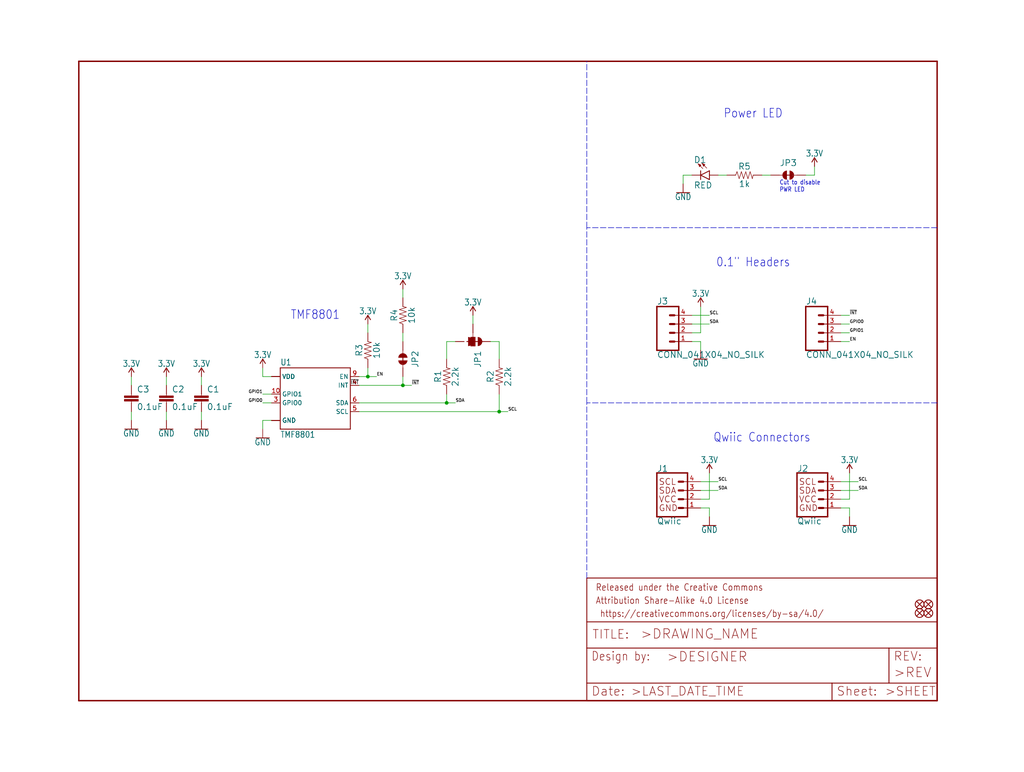
<source format=kicad_sch>
(kicad_sch (version 20211123) (generator eeschema)
  (paper "User" 297.002 223.926)
  (lib_symbols
    (symbol "eagleSchem-eagle-import:0.1UF-0603-25V-(+80{slash}-20%)"
      (property "Reference" "C" (at 1.524 2.921 0))
      (property "Value" "0.1UF-0603-25V-(+80{slash}-20%)" (at 1.524 -2.159 0))
      (symbol "0.1UF-0603-25V-(+80{slash}-20%)_1_0"
        (rectangle (start -2.032 0.508) (end 2.032 1.016) (fill (type outline)))
        (rectangle (start -2.032 1.524) (end 2.032 2.032) (fill (type outline)))
        (polyline (pts (xy 0 0) (xy 0 0.508)) (stroke (width 0.1524)))
        (polyline (pts (xy 0 2.54) (xy 0 2.032)) (stroke (width 0.1524)))
        (pin passive line (at 0 5.08 270) (length 2.54) (name "1") (number "1"))
        (pin passive line (at 0 -2.54 90) (length 2.54) (name "2") (number "2"))
      )
    )
    (symbol "eagleSchem-eagle-import:10KOHM-0603-1{slash}10W-1%"
      (property "Reference" "R" (at 0 1.524 0))
      (property "Value" "10KOHM-0603-1{slash}10W-1%" (at 0 -1.524 0))
      (symbol "10KOHM-0603-1{slash}10W-1%_1_0"
        (polyline (pts (xy -2.54 0) (xy -2.159 1.016)) (stroke (width 0.1524)))
        (polyline (pts (xy -2.159 1.016) (xy -1.524 -1.016)) (stroke (width 0.1524)))
        (polyline (pts (xy -1.524 -1.016) (xy -0.889 1.016)) (stroke (width 0.1524)))
        (polyline (pts (xy -0.889 1.016) (xy -0.254 -1.016)) (stroke (width 0.1524)))
        (polyline (pts (xy -0.254 -1.016) (xy 0.381 1.016)) (stroke (width 0.1524)))
        (polyline (pts (xy 0.381 1.016) (xy 1.016 -1.016)) (stroke (width 0.1524)))
        (polyline (pts (xy 1.016 -1.016) (xy 1.651 1.016)) (stroke (width 0.1524)))
        (polyline (pts (xy 1.651 1.016) (xy 2.286 -1.016)) (stroke (width 0.1524)))
        (polyline (pts (xy 2.286 -1.016) (xy 2.54 0)) (stroke (width 0.1524)))
        (pin passive line (at -5.08 0 0) (length 2.54) (name "1") (number "1"))
        (pin passive line (at 5.08 0 180) (length 2.54) (name "2") (number "2"))
      )
    )
    (symbol "eagleSchem-eagle-import:1KOHM-0603-1{slash}10W-1%"
      (property "Reference" "R" (at 0 1.524 0))
      (property "Value" "1KOHM-0603-1{slash}10W-1%" (at 0 -1.524 0))
      (symbol "1KOHM-0603-1{slash}10W-1%_1_0"
        (polyline (pts (xy -2.54 0) (xy -2.159 1.016)) (stroke (width 0.1524)))
        (polyline (pts (xy -2.159 1.016) (xy -1.524 -1.016)) (stroke (width 0.1524)))
        (polyline (pts (xy -1.524 -1.016) (xy -0.889 1.016)) (stroke (width 0.1524)))
        (polyline (pts (xy -0.889 1.016) (xy -0.254 -1.016)) (stroke (width 0.1524)))
        (polyline (pts (xy -0.254 -1.016) (xy 0.381 1.016)) (stroke (width 0.1524)))
        (polyline (pts (xy 0.381 1.016) (xy 1.016 -1.016)) (stroke (width 0.1524)))
        (polyline (pts (xy 1.016 -1.016) (xy 1.651 1.016)) (stroke (width 0.1524)))
        (polyline (pts (xy 1.651 1.016) (xy 2.286 -1.016)) (stroke (width 0.1524)))
        (polyline (pts (xy 2.286 -1.016) (xy 2.54 0)) (stroke (width 0.1524)))
        (pin passive line (at -5.08 0 0) (length 2.54) (name "1") (number "1"))
        (pin passive line (at 5.08 0 180) (length 2.54) (name "2") (number "2"))
      )
    )
    (symbol "eagleSchem-eagle-import:2.2KOHM-0603-1{slash}10W-1%"
      (property "Reference" "R" (at 0 1.524 0))
      (property "Value" "2.2KOHM-0603-1{slash}10W-1%" (at 0 -1.524 0))
      (symbol "2.2KOHM-0603-1{slash}10W-1%_1_0"
        (polyline (pts (xy -2.54 0) (xy -2.159 1.016)) (stroke (width 0.1524)))
        (polyline (pts (xy -2.159 1.016) (xy -1.524 -1.016)) (stroke (width 0.1524)))
        (polyline (pts (xy -1.524 -1.016) (xy -0.889 1.016)) (stroke (width 0.1524)))
        (polyline (pts (xy -0.889 1.016) (xy -0.254 -1.016)) (stroke (width 0.1524)))
        (polyline (pts (xy -0.254 -1.016) (xy 0.381 1.016)) (stroke (width 0.1524)))
        (polyline (pts (xy 0.381 1.016) (xy 1.016 -1.016)) (stroke (width 0.1524)))
        (polyline (pts (xy 1.016 -1.016) (xy 1.651 1.016)) (stroke (width 0.1524)))
        (polyline (pts (xy 1.651 1.016) (xy 2.286 -1.016)) (stroke (width 0.1524)))
        (polyline (pts (xy 2.286 -1.016) (xy 2.54 0)) (stroke (width 0.1524)))
        (pin passive line (at -5.08 0 0) (length 2.54) (name "1") (number "1"))
        (pin passive line (at 5.08 0 180) (length 2.54) (name "2") (number "2"))
      )
    )
    (symbol "eagleSchem-eagle-import:3.3V" (power)
      (property "Value" "3.3V" (at 0 2.794 0))
      (symbol "3.3V_1_0"
        (polyline (pts (xy 0 2.54) (xy -0.762 1.27)) (stroke (width 0.254)))
        (polyline (pts (xy 0.762 1.27) (xy 0 2.54)) (stroke (width 0.254)))
        (pin power_in line (at 0 0 90) (length 2.54) (name "3.3V") (number "1"))
      )
    )
    (symbol "eagleSchem-eagle-import:CONN_041X04_NO_SILK"
      (property "Reference" "J" (at -5.08 8.128 0))
      (property "Value" "CONN_041X04_NO_SILK" (at -5.08 -7.366 0))
      (symbol "CONN_041X04_NO_SILK_1_0"
        (polyline (pts (xy -5.08 7.62) (xy -5.08 -5.08)) (stroke (width 0.4064)))
        (polyline (pts (xy -5.08 7.62) (xy 1.27 7.62)) (stroke (width 0.4064)))
        (polyline (pts (xy -1.27 -2.54) (xy 0 -2.54)) (stroke (width 0.6096)))
        (polyline (pts (xy -1.27 0) (xy 0 0)) (stroke (width 0.6096)))
        (polyline (pts (xy -1.27 2.54) (xy 0 2.54)) (stroke (width 0.6096)))
        (polyline (pts (xy -1.27 5.08) (xy 0 5.08)) (stroke (width 0.6096)))
        (polyline (pts (xy 1.27 -5.08) (xy -5.08 -5.08)) (stroke (width 0.4064)))
        (polyline (pts (xy 1.27 -5.08) (xy 1.27 7.62)) (stroke (width 0.4064)))
        (pin passive line (at 5.08 -2.54 180) (length 5.08) (name "1") (number "1"))
        (pin passive line (at 5.08 0 180) (length 5.08) (name "2") (number "2"))
        (pin passive line (at 5.08 2.54 180) (length 5.08) (name "3") (number "3"))
        (pin passive line (at 5.08 5.08 180) (length 5.08) (name "4") (number "4"))
      )
    )
    (symbol "eagleSchem-eagle-import:FIDUCIAL1X2"
      (symbol "FIDUCIAL1X2_1_0"
        (polyline (pts (xy -0.762 0.762) (xy 0.762 -0.762)) (stroke (width 0.254)))
        (polyline (pts (xy 0.762 0.762) (xy -0.762 -0.762)) (stroke (width 0.254)))
        (circle (center 0 0) (radius 1.27) (stroke (width 0.254)))
      )
    )
    (symbol "eagleSchem-eagle-import:FRAME-LETTERNO_PACKAGE"
      (symbol "FRAME-LETTERNO_PACKAGE_1_0"
        (polyline (pts (xy 0 0) (xy 248.92 0)) (stroke (width 0.4064)))
        (polyline (pts (xy 0 185.42) (xy 0 0)) (stroke (width 0.4064)))
        (polyline (pts (xy 0 185.42) (xy 248.92 185.42)) (stroke (width 0.4064)))
        (polyline (pts (xy 248.92 185.42) (xy 248.92 0)) (stroke (width 0.4064)))
      )
      (symbol "FRAME-LETTERNO_PACKAGE_2_0"
        (polyline (pts (xy 0 0) (xy 0 5.08)) (stroke (width 0.254)))
        (polyline (pts (xy 0 0) (xy 71.12 0)) (stroke (width 0.254)))
        (polyline (pts (xy 0 5.08) (xy 0 15.24)) (stroke (width 0.254)))
        (polyline (pts (xy 0 5.08) (xy 71.12 5.08)) (stroke (width 0.254)))
        (polyline (pts (xy 0 15.24) (xy 0 22.86)) (stroke (width 0.254)))
        (polyline (pts (xy 0 22.86) (xy 0 35.56)) (stroke (width 0.254)))
        (polyline (pts (xy 0 22.86) (xy 101.6 22.86)) (stroke (width 0.254)))
        (polyline (pts (xy 71.12 0) (xy 101.6 0)) (stroke (width 0.254)))
        (polyline (pts (xy 71.12 5.08) (xy 71.12 0)) (stroke (width 0.254)))
        (polyline (pts (xy 71.12 5.08) (xy 87.63 5.08)) (stroke (width 0.254)))
        (polyline (pts (xy 87.63 5.08) (xy 101.6 5.08)) (stroke (width 0.254)))
        (polyline (pts (xy 87.63 15.24) (xy 0 15.24)) (stroke (width 0.254)))
        (polyline (pts (xy 87.63 15.24) (xy 87.63 5.08)) (stroke (width 0.254)))
        (polyline (pts (xy 101.6 5.08) (xy 101.6 0)) (stroke (width 0.254)))
        (polyline (pts (xy 101.6 15.24) (xy 87.63 15.24)) (stroke (width 0.254)))
        (polyline (pts (xy 101.6 15.24) (xy 101.6 5.08)) (stroke (width 0.254)))
        (polyline (pts (xy 101.6 22.86) (xy 101.6 15.24)) (stroke (width 0.254)))
        (polyline (pts (xy 101.6 35.56) (xy 0 35.56)) (stroke (width 0.254)))
        (polyline (pts (xy 101.6 35.56) (xy 101.6 22.86)) (stroke (width 0.254)))
        (text " https://creativecommons.org/licenses/by-sa/4.0/" (at 2.54 24.13 0) (effects (font (size 1.9304 1.6408)) (justify left bottom)))
        (text ">DESIGNER" (at 23.114 11.176 0) (effects (font (size 2.7432 2.7432)) (justify left bottom)))
        (text ">DRAWING_NAME" (at 15.494 17.78 0) (effects (font (size 2.7432 2.7432)) (justify left bottom)))
        (text ">LAST_DATE_TIME" (at 12.7 1.27 0) (effects (font (size 2.54 2.54)) (justify left bottom)))
        (text ">REV" (at 88.9 6.604 0) (effects (font (size 2.7432 2.7432)) (justify left bottom)))
        (text ">SHEET" (at 86.36 1.27 0) (effects (font (size 2.54 2.54)) (justify left bottom)))
        (text "Attribution Share-Alike 4.0 License" (at 2.54 27.94 0) (effects (font (size 1.9304 1.6408)) (justify left bottom)))
        (text "Date:" (at 1.27 1.27 0) (effects (font (size 2.54 2.54)) (justify left bottom)))
        (text "Design by:" (at 1.27 11.43 0) (effects (font (size 2.54 2.159)) (justify left bottom)))
        (text "Released under the Creative Commons" (at 2.54 31.75 0) (effects (font (size 1.9304 1.6408)) (justify left bottom)))
        (text "REV:" (at 88.9 11.43 0) (effects (font (size 2.54 2.54)) (justify left bottom)))
        (text "Sheet:" (at 72.39 1.27 0) (effects (font (size 2.54 2.54)) (justify left bottom)))
        (text "TITLE:" (at 1.524 17.78 0) (effects (font (size 2.54 2.54)) (justify left bottom)))
      )
    )
    (symbol "eagleSchem-eagle-import:GND" (power)
      (property "Value" "GND" (at 0 -0.254 0))
      (symbol "GND_1_0"
        (polyline (pts (xy -1.905 0) (xy 1.905 0)) (stroke (width 0.254)))
        (pin power_in line (at 0 2.54 270) (length 2.54) (name "GND") (number "1"))
      )
    )
    (symbol "eagleSchem-eagle-import:JUMPER-SMT_2_NC_TRACE_SILK"
      (property "Reference" "JP" (at -2.54 2.54 0))
      (property "Value" "JUMPER-SMT_2_NC_TRACE_SILK" (at -2.54 -2.54 0))
      (symbol "JUMPER-SMT_2_NC_TRACE_SILK_1_0"
        (arc (start -0.381 1.2699) (mid -1.6508 0) (end -0.381 -1.2699) (stroke (width 0.0001)) (fill (type outline)))
        (polyline (pts (xy -2.54 0) (xy -1.651 0)) (stroke (width 0.1524)))
        (polyline (pts (xy -0.762 0) (xy 1.016 0)) (stroke (width 0.254)))
        (polyline (pts (xy 2.54 0) (xy 1.651 0)) (stroke (width 0.1524)))
        (arc (start 0.381 -1.2698) (mid 1.279 -0.898) (end 1.6509 0) (stroke (width 0.0001)) (fill (type outline)))
        (arc (start 1.651 0) (mid 1.2789 0.8979) (end 0.381 1.2699) (stroke (width 0.0001)) (fill (type outline)))
        (pin passive line (at -5.08 0 0) (length 2.54) (name "1") (number "1"))
        (pin passive line (at 5.08 0 180) (length 2.54) (name "2") (number "2"))
      )
    )
    (symbol "eagleSchem-eagle-import:JUMPER-SMT_3_2-NC_TRACE_SILK"
      (property "Reference" "JP" (at 2.54 0.381 0))
      (property "Value" "JUMPER-SMT_3_2-NC_TRACE_SILK" (at 2.54 -0.381 0))
      (symbol "JUMPER-SMT_3_2-NC_TRACE_SILK_1_0"
        (rectangle (start -1.27 -0.635) (end 1.27 0.635) (fill (type outline)))
        (polyline (pts (xy -2.54 0) (xy -1.27 0)) (stroke (width 0.1524)))
        (polyline (pts (xy -1.27 -0.635) (xy -1.27 0)) (stroke (width 0.1524)))
        (polyline (pts (xy -1.27 0) (xy -1.27 0.635)) (stroke (width 0.1524)))
        (polyline (pts (xy -1.27 0.635) (xy 1.27 0.635)) (stroke (width 0.1524)))
        (polyline (pts (xy 0 2.032) (xy 0 -1.778)) (stroke (width 0.254)))
        (polyline (pts (xy 1.27 -0.635) (xy -1.27 -0.635)) (stroke (width 0.1524)))
        (polyline (pts (xy 1.27 0.635) (xy 1.27 -0.635)) (stroke (width 0.1524)))
        (arc (start 0 2.667) (mid -0.898 2.295) (end -1.27 1.397) (stroke (width 0.0001)) (fill (type outline)))
        (arc (start 1.27 -1.397) (mid 0 -0.127) (end -1.27 -1.397) (stroke (width 0.0001)) (fill (type outline)))
        (arc (start 1.27 1.397) (mid 0.898 2.295) (end 0 2.667) (stroke (width 0.0001)) (fill (type outline)))
        (pin passive line (at 0 5.08 270) (length 2.54) (name "1") (number "1"))
        (pin passive line (at -5.08 0 0) (length 2.54) (name "2") (number "2"))
        (pin passive line (at 0 -5.08 90) (length 2.54) (name "3") (number "3"))
      )
    )
    (symbol "eagleSchem-eagle-import:LED-RED0603"
      (property "Reference" "D" (at -3.429 -4.572 90))
      (property "Value" "LED-RED0603" (at 1.905 -4.572 90))
      (symbol "LED-RED0603_1_0"
        (polyline (pts (xy -2.032 -0.762) (xy -3.429 -2.159)) (stroke (width 0.1524)))
        (polyline (pts (xy -1.905 -1.905) (xy -3.302 -3.302)) (stroke (width 0.1524)))
        (polyline (pts (xy 0 -2.54) (xy -1.27 -2.54)) (stroke (width 0.254)))
        (polyline (pts (xy 0 -2.54) (xy -1.27 0)) (stroke (width 0.254)))
        (polyline (pts (xy 1.27 -2.54) (xy 0 -2.54)) (stroke (width 0.254)))
        (polyline (pts (xy 1.27 0) (xy -1.27 0)) (stroke (width 0.254)))
        (polyline (pts (xy 1.27 0) (xy 0 -2.54)) (stroke (width 0.254)))
        (polyline (pts (xy -3.429 -2.159) (xy -3.048 -1.27) (xy -2.54 -1.778)) (fill (type outline)))
        (polyline (pts (xy -3.302 -3.302) (xy -2.921 -2.413) (xy -2.413 -2.921)) (fill (type outline)))
        (pin passive line (at 0 2.54 270) (length 2.54) (name "A") (number "A"))
        (pin passive line (at 0 -5.08 90) (length 2.54) (name "C") (number "C"))
      )
    )
    (symbol "eagleSchem-eagle-import:QWIIC_CONNECTORJS-1MM"
      (property "Reference" "J" (at -5.08 7.874 0))
      (property "Value" "QWIIC_CONNECTORJS-1MM" (at -5.08 -5.334 0))
      (symbol "QWIIC_CONNECTORJS-1MM_1_0"
        (polyline (pts (xy -5.08 7.62) (xy -5.08 -5.08)) (stroke (width 0.4064)))
        (polyline (pts (xy -5.08 7.62) (xy 3.81 7.62)) (stroke (width 0.4064)))
        (polyline (pts (xy 1.27 -2.54) (xy 2.54 -2.54)) (stroke (width 0.6096)))
        (polyline (pts (xy 1.27 0) (xy 2.54 0)) (stroke (width 0.6096)))
        (polyline (pts (xy 1.27 2.54) (xy 2.54 2.54)) (stroke (width 0.6096)))
        (polyline (pts (xy 1.27 5.08) (xy 2.54 5.08)) (stroke (width 0.6096)))
        (polyline (pts (xy 3.81 -5.08) (xy -5.08 -5.08)) (stroke (width 0.4064)))
        (polyline (pts (xy 3.81 -5.08) (xy 3.81 7.62)) (stroke (width 0.4064)))
        (text "GND" (at -4.572 -2.54 0) (effects (font (size 1.778 1.778)) (justify left)))
        (text "SCL" (at -4.572 5.08 0) (effects (font (size 1.778 1.778)) (justify left)))
        (text "SDA" (at -4.572 2.54 0) (effects (font (size 1.778 1.778)) (justify left)))
        (text "VCC" (at -4.572 0 0) (effects (font (size 1.778 1.778)) (justify left)))
        (pin power_in line (at 7.62 -2.54 180) (length 5.08) (name "1") (number "1"))
        (pin power_in line (at 7.62 0 180) (length 5.08) (name "2") (number "2"))
        (pin passive line (at 7.62 2.54 180) (length 5.08) (name "3") (number "3"))
        (pin passive line (at 7.62 5.08 180) (length 5.08) (name "4") (number "4"))
      )
    )
    (symbol "eagleSchem-eagle-import:TMF8801TMF8801"
      (property "Reference" "U" (at -10.16 10.795 0))
      (property "Value" "TMF8801TMF8801" (at -10.16 -10.16 0))
      (symbol "TMF8801TMF8801_1_0"
        (polyline (pts (xy -10.16 -7.62) (xy 10.16 -7.62)) (stroke (width 0.254)))
        (polyline (pts (xy -10.16 10.16) (xy -10.16 -7.62)) (stroke (width 0.254)))
        (polyline (pts (xy 10.16 -7.62) (xy 10.16 10.16)) (stroke (width 0.254)))
        (polyline (pts (xy 10.16 10.16) (xy -10.16 10.16)) (stroke (width 0.254)))
        (pin power_in line (at -12.7 7.62 0) (length 2.54) (name "VDD") (number "1"))
        (pin bidirectional line (at -12.7 2.54 0) (length 2.54) (name "GPIO1") (number "10"))
        (pin power_in line (at -12.7 -5.08 0) (length 2.54) (name "GND") (number "11"))
        (pin power_in line (at -12.7 7.62 0) (length 2.54) (name "VDD") (number "12"))
        (pin power_in line (at -12.7 -5.08 0) (length 2.54) (name "GND") (number "2"))
        (pin bidirectional line (at -12.7 0 0) (length 2.54) (name "GPIO0") (number "3"))
        (pin open_collector line (at 12.7 5.08 180) (length 2.54) (name "INT") (number "4"))
        (pin bidirectional line (at 12.7 -2.54 180) (length 2.54) (name "SCL") (number "5"))
        (pin bidirectional line (at 12.7 0 180) (length 2.54) (name "SDA") (number "6"))
        (pin power_in line (at -12.7 7.62 0) (length 2.54) (name "VDD") (number "7"))
        (pin power_in line (at -12.7 -5.08 0) (length 2.54) (name "GND") (number "8"))
        (pin input line (at 12.7 7.62 180) (length 2.54) (name "EN") (number "9"))
      )
    )
  )
  (junction (at 144.78 119.38))
  (junction (at 116.84 111.76))
  (junction (at 129.54 116.84))
  (junction (at 106.68 109.22))
  (wire (pts (xy 203.2 144.78) (xy 205.74 144.78)))
  (wire (pts (xy 129.54 116.84) (xy 132.08 116.84)))
  (wire (pts (xy 144.78 119.38) (xy 144.78 114.3)))
  (wire (pts (xy 104.14 109.22) (xy 106.68 109.22)))
  (wire (pts (xy 48.26 109.22) (xy 48.26 111.76)))
  (wire (pts (xy 129.54 99.06) (xy 132.08 99.06)))
  (wire (pts (xy 38.1 109.22) (xy 38.1 111.76)))
  (wire (pts (xy 243.84 142.24) (xy 248.92 142.24)))
  (wire (pts (xy 104.14 119.38) (xy 144.78 119.38)))
  (wire (pts (xy 106.68 109.22) (xy 109.22 109.22)))
  (wire (pts (xy 243.84 144.78) (xy 246.38 144.78)))
  (wire (pts (xy 76.2 106.68) (xy 76.2 109.22)))
  (wire (pts (xy 144.78 99.06) (xy 144.78 104.14)))
  (wire (pts (xy 203.2 99.06) (xy 203.2 101.6)))
  (wire (pts (xy 203.2 147.32) (xy 205.74 147.32)))
  (wire (pts (xy 104.14 116.84) (xy 129.54 116.84)))
  (wire (pts (xy 205.74 144.78) (xy 205.74 137.16)))
  (wire (pts (xy 142.24 99.06) (xy 144.78 99.06)))
  (wire (pts (xy 144.78 119.38) (xy 147.32 119.38)))
  (wire (pts (xy 78.74 116.84) (xy 76.2 116.84)))
  (wire (pts (xy 137.16 93.98) (xy 137.16 91.44)))
  (wire (pts (xy 200.66 93.98) (xy 205.74 93.98)))
  (wire (pts (xy 243.84 139.7) (xy 248.92 139.7)))
  (wire (pts (xy 243.84 91.44) (xy 246.38 91.44)))
  (wire (pts (xy 243.84 96.52) (xy 246.38 96.52)))
  (polyline (pts (xy 271.78 66.04) (xy 170.18 66.04)))
  (wire (pts (xy 220.98 50.8) (xy 223.52 50.8)))
  (polyline (pts (xy 170.18 66.04) (xy 170.18 17.78)))
  (wire (pts (xy 208.28 50.8) (xy 210.82 50.8)))
  (wire (pts (xy 243.84 147.32) (xy 246.38 147.32)))
  (polyline (pts (xy 271.78 116.84) (xy 170.18 116.84)))
  (wire (pts (xy 203.2 96.52) (xy 203.2 88.9)))
  (wire (pts (xy 78.74 109.22) (xy 76.2 109.22)))
  (wire (pts (xy 205.74 147.32) (xy 205.74 149.86)))
  (wire (pts (xy 116.84 111.76) (xy 116.84 109.22)))
  (polyline (pts (xy 170.18 116.84) (xy 170.18 66.04)))
  (wire (pts (xy 106.68 109.22) (xy 106.68 106.68)))
  (polyline (pts (xy 170.18 167.64) (xy 170.18 116.84)))
  (wire (pts (xy 233.68 50.8) (xy 236.22 50.8)))
  (wire (pts (xy 198.12 53.34) (xy 198.12 50.8)))
  (wire (pts (xy 58.42 109.22) (xy 58.42 111.76)))
  (wire (pts (xy 200.66 91.44) (xy 205.74 91.44)))
  (wire (pts (xy 243.84 99.06) (xy 246.38 99.06)))
  (wire (pts (xy 104.14 111.76) (xy 116.84 111.76)))
  (wire (pts (xy 38.1 119.38) (xy 38.1 121.92)))
  (wire (pts (xy 116.84 96.52) (xy 116.84 99.06)))
  (wire (pts (xy 200.66 96.52) (xy 203.2 96.52)))
  (wire (pts (xy 129.54 116.84) (xy 129.54 114.3)))
  (wire (pts (xy 198.12 50.8) (xy 200.66 50.8)))
  (wire (pts (xy 243.84 93.98) (xy 246.38 93.98)))
  (wire (pts (xy 246.38 147.32) (xy 246.38 149.86)))
  (wire (pts (xy 116.84 111.76) (xy 119.38 111.76)))
  (wire (pts (xy 116.84 83.82) (xy 116.84 86.36)))
  (wire (pts (xy 76.2 121.92) (xy 76.2 124.46)))
  (wire (pts (xy 78.74 121.92) (xy 76.2 121.92)))
  (wire (pts (xy 203.2 139.7) (xy 208.28 139.7)))
  (wire (pts (xy 58.42 119.38) (xy 58.42 121.92)))
  (wire (pts (xy 78.74 114.3) (xy 76.2 114.3)))
  (wire (pts (xy 203.2 142.24) (xy 208.28 142.24)))
  (wire (pts (xy 200.66 99.06) (xy 203.2 99.06)))
  (wire (pts (xy 129.54 104.14) (xy 129.54 99.06)))
  (wire (pts (xy 246.38 144.78) (xy 246.38 137.16)))
  (wire (pts (xy 106.68 93.98) (xy 106.68 96.52)))
  (wire (pts (xy 236.22 50.8) (xy 236.22 48.26)))
  (wire (pts (xy 48.26 119.38) (xy 48.26 121.92)))
  (text "Cut to disable\nPWR LED" (at 226.06 55.88 180) (effects (font (size 1.27 1.0795)) (justify left bottom)))
  (text "TMF8801" (at 91.44 91.44 180) (effects (font (size 2.54 2.159))))
  (text "Qwiic Connectors" (at 220.98 127 180) (effects (font (size 2.54 2.159))))
  (text "0.1\" Headers" (at 218.44 76.2 180) (effects (font (size 2.54 2.159))))
  (text "Power LED" (at 218.44 33.02 180) (effects (font (size 2.54 2.159))))
  (label "~{INT}" (at 104.14 111.76 180) (effects (font (size 1.016 1.016))))
  (label "~{INT}" (at 246.38 91.44 0) (effects (font (size 0.889 0.889))))
  (label "GPIO0" (at 246.38 93.98 0) (effects (font (size 0.889 0.889))))
  (label "SCL" (at 208.28 139.7 0) (effects (font (size 0.889 0.889))))
  (label "SCL" (at 248.92 139.7 0) (effects (font (size 0.889 0.889))))
  (label "SCL" (at 147.32 119.38 0) (effects (font (size 0.889 0.889))))
  (label "GPIO1" (at 76.2 114.3 180) (effects (font (size 0.889 0.889))))
  (label "SCL" (at 205.74 91.44 0) (effects (font (size 0.889 0.889))))
  (label "EN" (at 246.38 99.06 0) (effects (font (size 0.889 0.889))))
  (label "SDA" (at 208.28 142.24 0) (effects (font (size 0.889 0.889))))
  (label "GPIO1" (at 246.38 96.52 0) (effects (font (size 0.889 0.889))))
  (label "EN" (at 109.22 109.22 0) (effects (font (size 0.889 0.889))))
  (label "SDA" (at 132.08 116.84 0) (effects (font (size 0.889 0.889))))
  (label "SDA" (at 248.92 142.24 0) (effects (font (size 0.889 0.889))))
  (label "~{INT}" (at 119.38 111.76 0) (effects (font (size 0.889 0.889))))
  (label "GPIO0" (at 76.2 116.84 180) (effects (font (size 0.889 0.889))))
  (label "SDA" (at 205.74 93.98 0) (effects (font (size 0.889 0.889))))
  (symbol (lib_id "eagleSchem-eagle-import:3.3V") (at 116.84 83.82 0) (unit 1)
    (property "Reference" "#SUPPLY11" (effects hide))
    (property "Value" "3.3V" (at 116.84 81.026 0) (effects (font (size 1.778 1.5113)) (justify bottom)))
    (property "Footprint" "eagleSchem:" (effects hide))
  )
  (symbol (lib_id "eagleSchem-eagle-import:JUMPER-SMT_2_NC_TRACE_SILK") (at 116.84 104.14 270) (unit 1)
    (property "Reference" "JP2" (at 119.38 101.6 0) (effects (font (size 1.778 1.778)) (justify left bottom)))
    (property "Value" "JUMPER-SMT_2_NC_TRACE_SILK" (effects hide))
    (property "Footprint" "eagleSchem:SMT-JUMPER_2_NC_TRACE_SILK" (effects hide))
  )
  (symbol (lib_id "eagleSchem-eagle-import:GND") (at 58.42 124.46 0) (unit 1)
    (property "Reference" "#GND8" (effects hide))
    (property "Value" "GND" (at 58.42 124.714 0) (effects (font (size 1.778 1.5113)) (justify top)))
    (property "Footprint" "eagleSchem:" (effects hide))
  )
  (symbol (lib_id "eagleSchem-eagle-import:FIDUCIAL1X2") (at 266.7 177.8 0) (unit 1)
    (property "Reference" "FD4" (effects hide))
    (property "Value" "FIDUCIAL1X2" (effects hide))
    (property "Footprint" "eagleSchem:FIDUCIAL-1X2" (effects hide))
  )
  (symbol (lib_id "eagleSchem-eagle-import:GND") (at 205.74 152.4 0) (unit 1)
    (property "Reference" "#GND2" (effects hide))
    (property "Value" "GND" (at 205.74 152.654 0) (effects (font (size 1.778 1.5113)) (justify top)))
    (property "Footprint" "eagleSchem:" (effects hide))
  )
  (symbol (lib_id "eagleSchem-eagle-import:2.2KOHM-0603-1{slash}10W-1%") (at 129.54 109.22 90) (unit 1)
    (property "Reference" "R1" (at 128.016 109.22 0) (effects (font (size 1.778 1.778)) (justify bottom)))
    (property "Value" "2.2k" (at 131.064 109.22 0) (effects (font (size 1.778 1.778)) (justify top)))
    (property "Footprint" "eagleSchem:0603" (effects hide))
  )
  (symbol (lib_id "eagleSchem-eagle-import:FIDUCIAL1X2") (at 266.7 175.26 0) (unit 1)
    (property "Reference" "FD2" (effects hide))
    (property "Value" "FIDUCIAL1X2" (effects hide))
    (property "Footprint" "eagleSchem:FIDUCIAL-1X2" (effects hide))
  )
  (symbol (lib_id "eagleSchem-eagle-import:10KOHM-0603-1{slash}10W-1%") (at 116.84 91.44 90) (unit 1)
    (property "Reference" "R4" (at 115.316 91.44 0) (effects (font (size 1.778 1.778)) (justify bottom)))
    (property "Value" "10k" (at 118.364 91.44 0) (effects (font (size 1.778 1.778)) (justify top)))
    (property "Footprint" "eagleSchem:0603" (effects hide))
  )
  (symbol (lib_id "eagleSchem-eagle-import:3.3V") (at 205.74 137.16 0) (unit 1)
    (property "Reference" "#SUPPLY4" (effects hide))
    (property "Value" "3.3V" (at 205.74 134.366 0) (effects (font (size 1.778 1.5113)) (justify bottom)))
    (property "Footprint" "eagleSchem:" (effects hide))
  )
  (symbol (lib_id "eagleSchem-eagle-import:3.3V") (at 48.26 109.22 0) (unit 1)
    (property "Reference" "#SUPPLY9" (effects hide))
    (property "Value" "3.3V" (at 48.26 106.426 0) (effects (font (size 1.778 1.5113)) (justify bottom)))
    (property "Footprint" "eagleSchem:" (effects hide))
  )
  (symbol (lib_id "eagleSchem-eagle-import:3.3V") (at 76.2 106.68 0) (unit 1)
    (property "Reference" "#SUPPLY1" (effects hide))
    (property "Value" "3.3V" (at 76.2 103.886 0) (effects (font (size 1.778 1.5113)) (justify bottom)))
    (property "Footprint" "eagleSchem:" (effects hide))
  )
  (symbol (lib_id "eagleSchem-eagle-import:3.3V") (at 236.22 48.26 0) (unit 1)
    (property "Reference" "#SUPPLY7" (effects hide))
    (property "Value" "3.3V" (at 236.22 45.466 0) (effects (font (size 1.778 1.5113)) (justify bottom)))
    (property "Footprint" "eagleSchem:" (effects hide))
  )
  (symbol (lib_id "eagleSchem-eagle-import:LED-RED0603") (at 205.74 50.8 270) (unit 1)
    (property "Reference" "D1" (at 201.168 47.371 90) (effects (font (size 1.778 1.778)) (justify left bottom)))
    (property "Value" "RED" (at 201.168 52.705 90) (effects (font (size 1.778 1.778)) (justify left top)))
    (property "Footprint" "eagleSchem:LED-0603" (effects hide))
  )
  (symbol (lib_id "eagleSchem-eagle-import:JUMPER-SMT_2_NC_TRACE_SILK") (at 228.6 50.8 0) (unit 1)
    (property "Reference" "JP3" (at 226.06 48.26 0) (effects (font (size 1.778 1.778)) (justify left bottom)))
    (property "Value" "JUMPER-SMT_2_NC_TRACE_SILK" (effects hide))
    (property "Footprint" "eagleSchem:SMT-JUMPER_2_NC_TRACE_SILK" (effects hide))
  )
  (symbol (lib_id "eagleSchem-eagle-import:CONN_041X04_NO_SILK") (at 195.58 96.52 0) (unit 1)
    (property "Reference" "J3" (at 190.5 88.392 0) (effects (font (size 1.778 1.778)) (justify left bottom)))
    (property "Value" "CONN_041X04_NO_SILK" (at 190.5 103.886 0) (effects (font (size 1.778 1.778)) (justify left bottom)))
    (property "Footprint" "eagleSchem:1X04_NO_SILK" (effects hide))
  )
  (symbol (lib_id "eagleSchem-eagle-import:GND") (at 198.12 55.88 0) (unit 1)
    (property "Reference" "#GND5" (effects hide))
    (property "Value" "GND" (at 198.12 56.134 0) (effects (font (size 1.778 1.5113)) (justify top)))
    (property "Footprint" "eagleSchem:" (effects hide))
  )
  (symbol (lib_id "eagleSchem-eagle-import:2.2KOHM-0603-1{slash}10W-1%") (at 144.78 109.22 90) (unit 1)
    (property "Reference" "R2" (at 143.256 109.22 0) (effects (font (size 1.778 1.778)) (justify bottom)))
    (property "Value" "2.2k" (at 146.304 109.22 0) (effects (font (size 1.778 1.778)) (justify top)))
    (property "Footprint" "eagleSchem:0603" (effects hide))
  )
  (symbol (lib_id "eagleSchem-eagle-import:0.1UF-0603-25V-(+80{slash}-20%)") (at 58.42 116.84 0) (unit 1)
    (property "Reference" "C1" (at 59.944 113.919 0) (effects (font (size 1.778 1.778)) (justify left bottom)))
    (property "Value" "0.1uF" (at 59.944 118.999 0) (effects (font (size 1.778 1.778)) (justify left bottom)))
    (property "Footprint" "eagleSchem:0603" (effects hide))
  )
  (symbol (lib_id "eagleSchem-eagle-import:FRAME-LETTERNO_PACKAGE") (at 170.18 203.2 0) (unit 2)
    (property "Reference" "FRAME1" (effects hide))
    (property "Value" "FRAME-LETTERNO_PACKAGE" (effects hide))
    (property "Footprint" "eagleSchem:DUMMY" (effects hide))
    (property "Value" "FRAME-LETTERNO_PACKAGE" (effects hide))
  )
  (symbol (lib_id "eagleSchem-eagle-import:FIDUCIAL1X2") (at 269.24 175.26 0) (unit 1)
    (property "Reference" "FD3" (effects hide))
    (property "Value" "FIDUCIAL1X2" (effects hide))
    (property "Footprint" "eagleSchem:FIDUCIAL-1X2" (effects hide))
  )
  (symbol (lib_id "eagleSchem-eagle-import:JUMPER-SMT_3_2-NC_TRACE_SILK") (at 137.16 99.06 270) (unit 1)
    (property "Reference" "JP1" (at 137.541 101.6 0) (effects (font (size 1.778 1.778)) (justify left bottom)))
    (property "Value" "JUMPER-SMT_3_2-NC_TRACE_SILK" (effects hide))
    (property "Footprint" "eagleSchem:SMT-JUMPER_3_2-NC_TRACE_SILK" (effects hide))
  )
  (symbol (lib_id "eagleSchem-eagle-import:3.3V") (at 137.16 91.44 0) (unit 1)
    (property "Reference" "#SUPPLY2" (effects hide))
    (property "Value" "3.3V" (at 137.16 88.646 0) (effects (font (size 1.778 1.5113)) (justify bottom)))
    (property "Footprint" "eagleSchem:" (effects hide))
  )
  (symbol (lib_id "eagleSchem-eagle-import:3.3V") (at 58.42 109.22 0) (unit 1)
    (property "Reference" "#SUPPLY8" (effects hide))
    (property "Value" "3.3V" (at 58.42 106.426 0) (effects (font (size 1.778 1.5113)) (justify bottom)))
    (property "Footprint" "eagleSchem:" (effects hide))
  )
  (symbol (lib_id "eagleSchem-eagle-import:GND") (at 76.2 127 0) (unit 1)
    (property "Reference" "#GND1" (effects hide))
    (property "Value" "GND" (at 76.2 127.254 0) (effects (font (size 1.778 1.5113)) (justify top)))
    (property "Footprint" "eagleSchem:" (effects hide))
  )
  (symbol (lib_id "eagleSchem-eagle-import:GND") (at 203.2 104.14 0) (unit 1)
    (property "Reference" "#GND4" (effects hide))
    (property "Value" "GND" (at 203.2 104.394 0) (effects (font (size 1.778 1.5113)) (justify top)))
    (property "Footprint" "eagleSchem:" (effects hide))
  )
  (symbol (lib_id "eagleSchem-eagle-import:GND") (at 38.1 124.46 0) (unit 1)
    (property "Reference" "#GND6" (effects hide))
    (property "Value" "GND" (at 38.1 124.714 0) (effects (font (size 1.778 1.5113)) (justify top)))
    (property "Footprint" "eagleSchem:" (effects hide))
  )
  (symbol (lib_id "eagleSchem-eagle-import:FIDUCIAL1X2") (at 269.24 177.8 0) (unit 1)
    (property "Reference" "FD1" (effects hide))
    (property "Value" "FIDUCIAL1X2" (effects hide))
    (property "Footprint" "eagleSchem:FIDUCIAL-1X2" (effects hide))
  )
  (symbol (lib_id "eagleSchem-eagle-import:QWIIC_CONNECTORJS-1MM") (at 236.22 144.78 0) (unit 1)
    (property "Reference" "J2" (at 231.14 136.906 0) (effects (font (size 1.778 1.778)) (justify left bottom)))
    (property "Value" "Qwiic" (at 231.14 150.114 0) (effects (font (size 1.778 1.778)) (justify left top)))
    (property "Footprint" "eagleSchem:JST04_1MM_RA" (effects hide))
  )
  (symbol (lib_id "eagleSchem-eagle-import:0.1UF-0603-25V-(+80{slash}-20%)") (at 48.26 116.84 0) (unit 1)
    (property "Reference" "C2" (at 49.784 113.919 0) (effects (font (size 1.778 1.778)) (justify left bottom)))
    (property "Value" "0.1uF" (at 49.784 118.999 0) (effects (font (size 1.778 1.778)) (justify left bottom)))
    (property "Footprint" "eagleSchem:0603" (effects hide))
  )
  (symbol (lib_id "eagleSchem-eagle-import:3.3V") (at 38.1 109.22 0) (unit 1)
    (property "Reference" "#SUPPLY10" (effects hide))
    (property "Value" "3.3V" (at 38.1 106.426 0) (effects (font (size 1.778 1.5113)) (justify bottom)))
    (property "Footprint" "eagleSchem:" (effects hide))
  )
  (symbol (lib_id "eagleSchem-eagle-import:3.3V") (at 246.38 137.16 0) (unit 1)
    (property "Reference" "#SUPPLY5" (effects hide))
    (property "Value" "3.3V" (at 246.38 134.366 0) (effects (font (size 1.778 1.5113)) (justify bottom)))
    (property "Footprint" "eagleSchem:" (effects hide))
  )
  (symbol (lib_id "eagleSchem-eagle-import:10KOHM-0603-1{slash}10W-1%") (at 106.68 101.6 90) (unit 1)
    (property "Reference" "R3" (at 105.156 101.6 0) (effects (font (size 1.778 1.778)) (justify bottom)))
    (property "Value" "10k" (at 108.204 101.6 0) (effects (font (size 1.778 1.778)) (justify top)))
    (property "Footprint" "eagleSchem:0603" (effects hide))
  )
  (symbol (lib_id "eagleSchem-eagle-import:GND") (at 246.38 152.4 0) (unit 1)
    (property "Reference" "#GND3" (effects hide))
    (property "Value" "GND" (at 246.38 152.654 0) (effects (font (size 1.778 1.5113)) (justify top)))
    (property "Footprint" "eagleSchem:" (effects hide))
  )
  (symbol (lib_id "eagleSchem-eagle-import:TMF8801TMF8801") (at 91.44 116.84 0) (unit 1)
    (property "Reference" "U1" (at 81.28 106.045 0) (effects (font (size 1.778 1.5113)) (justify left bottom)))
    (property "Value" "TMF8801" (at 81.28 127 0) (effects (font (size 1.778 1.5113)) (justify left bottom)))
    (property "Footprint" "eagleSchem:TMF8801-CUSTOM" (effects hide))
  )
  (symbol (lib_id "eagleSchem-eagle-import:QWIIC_CONNECTORJS-1MM") (at 195.58 144.78 0) (unit 1)
    (property "Reference" "J1" (at 190.5 136.906 0) (effects (font (size 1.778 1.778)) (justify left bottom)))
    (property "Value" "Qwiic" (at 190.5 150.114 0) (effects (font (size 1.778 1.778)) (justify left top)))
    (property "Footprint" "eagleSchem:JST04_1MM_RA" (effects hide))
  )
  (symbol (lib_id "eagleSchem-eagle-import:3.3V") (at 203.2 88.9 0) (unit 1)
    (property "Reference" "#SUPPLY6" (effects hide))
    (property "Value" "3.3V" (at 203.2 86.106 0) (effects (font (size 1.778 1.5113)) (justify bottom)))
    (property "Footprint" "eagleSchem:" (effects hide))
  )
  (symbol (lib_id "eagleSchem-eagle-import:1KOHM-0603-1{slash}10W-1%") (at 215.9 50.8 0) (unit 1)
    (property "Reference" "R5" (at 215.9 49.276 0) (effects (font (size 1.778 1.778)) (justify bottom)))
    (property "Value" "1k" (at 215.9 52.324 0) (effects (font (size 1.778 1.778)) (justify top)))
    (property "Footprint" "eagleSchem:0603" (effects hide))
  )
  (symbol (lib_id "eagleSchem-eagle-import:GND") (at 48.26 124.46 0) (unit 1)
    (property "Reference" "#GND7" (effects hide))
    (property "Value" "GND" (at 48.26 124.714 0) (effects (font (size 1.778 1.5113)) (justify top)))
    (property "Footprint" "eagleSchem:" (effects hide))
  )
  (symbol (lib_id "eagleSchem-eagle-import:CONN_041X04_NO_SILK") (at 238.76 96.52 0) (unit 1)
    (property "Reference" "J4" (at 233.68 88.392 0) (effects (font (size 1.778 1.778)) (justify left bottom)))
    (property "Value" "CONN_041X04_NO_SILK" (at 233.68 103.886 0) (effects (font (size 1.778 1.778)) (justify left bottom)))
    (property "Footprint" "eagleSchem:1X04_NO_SILK" (effects hide))
  )
  (symbol (lib_id "eagleSchem-eagle-import:3.3V") (at 106.68 93.98 0) (unit 1)
    (property "Reference" "#SUPPLY3" (effects hide))
    (property "Value" "3.3V" (at 106.68 91.186 0) (effects (font (size 1.778 1.5113)) (justify bottom)))
    (property "Footprint" "eagleSchem:" (effects hide))
  )
  (symbol (lib_id "eagleSchem-eagle-import:0.1UF-0603-25V-(+80{slash}-20%)") (at 38.1 116.84 0) (unit 1)
    (property "Reference" "C3" (at 39.624 113.919 0) (effects (font (size 1.778 1.778)) (justify left bottom)))
    (property "Value" "0.1uF" (at 39.624 118.999 0) (effects (font (size 1.778 1.778)) (justify left bottom)))
    (property "Footprint" "eagleSchem:0603" (effects hide))
  )
  (symbol (lib_id "eagleSchem-eagle-import:FRAME-LETTERNO_PACKAGE") (at 22.86 203.2 0) (unit 1)
    (property "Reference" "FRAME1" (effects hide))
    (property "Value" "FRAME-LETTERNO_PACKAGE" (effects hide))
    (property "Footprint" "eagleSchem:DUMMY" (effects hide))
    (property "Value" "FRAME-LETTERNO_PACKAGE" (effects hide))
  )
)
</source>
